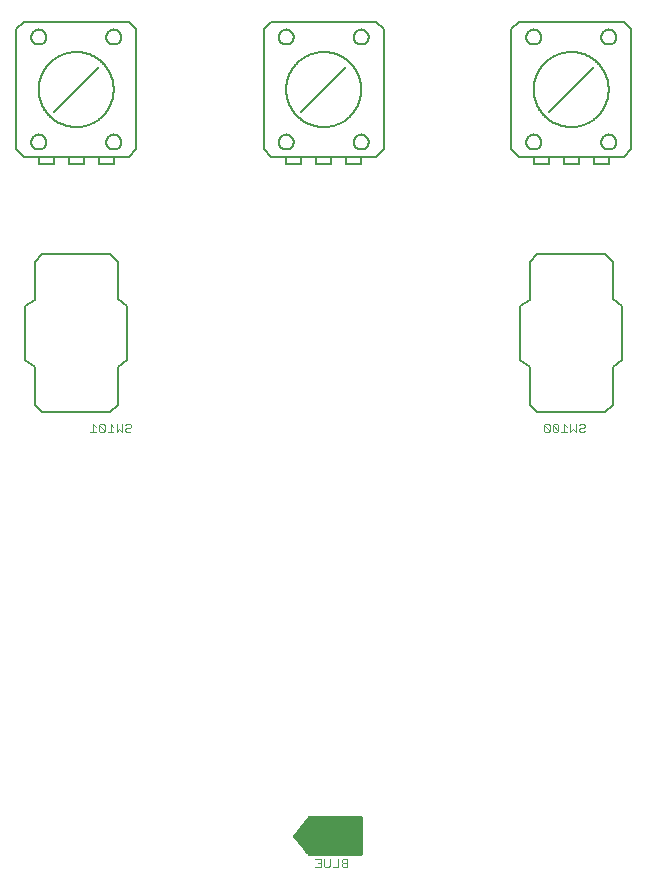
<source format=gbo>
G75*
%MOIN*%
%OFA0B0*%
%FSLAX25Y25*%
%IPPOS*%
%LPD*%
%AMOC8*
5,1,8,0,0,1.08239X$1,22.5*
%
%ADD10C,0.00400*%
%ADD11C,0.01000*%
%ADD12C,0.00300*%
%ADD13C,0.00600*%
%ADD14C,0.00500*%
D10*
X0112598Y0047552D02*
X0116068Y0047552D01*
X0114333Y0049287D02*
X0114333Y0045817D01*
D11*
X0111268Y0047250D02*
X0116268Y0053500D01*
X0133768Y0053500D01*
X0133768Y0041000D01*
X0116268Y0041000D01*
X0111268Y0047250D01*
X0111523Y0046932D02*
X0133768Y0046932D01*
X0133768Y0047930D02*
X0111812Y0047930D01*
X0112611Y0048929D02*
X0133768Y0048929D01*
X0133768Y0049927D02*
X0113409Y0049927D01*
X0114208Y0050926D02*
X0133768Y0050926D01*
X0133768Y0051924D02*
X0115007Y0051924D01*
X0115806Y0052923D02*
X0133768Y0052923D01*
X0133768Y0045933D02*
X0112321Y0045933D01*
X0113120Y0044934D02*
X0133768Y0044934D01*
X0133768Y0043936D02*
X0113919Y0043936D01*
X0114718Y0042937D02*
X0133768Y0042937D01*
X0133768Y0041939D02*
X0115517Y0041939D01*
D12*
X0118379Y0039602D02*
X0120314Y0039602D01*
X0120314Y0036700D01*
X0118379Y0036700D01*
X0119347Y0038151D02*
X0120314Y0038151D01*
X0121326Y0037184D02*
X0121326Y0039602D01*
X0123261Y0039602D02*
X0123261Y0037184D01*
X0122777Y0036700D01*
X0121810Y0036700D01*
X0121326Y0037184D01*
X0124272Y0036700D02*
X0126207Y0036700D01*
X0126207Y0039602D01*
X0127219Y0039119D02*
X0127219Y0038635D01*
X0127703Y0038151D01*
X0129154Y0038151D01*
X0129154Y0036700D02*
X0127703Y0036700D01*
X0127219Y0037184D01*
X0127219Y0037667D01*
X0127703Y0038151D01*
X0127219Y0039119D02*
X0127703Y0039602D01*
X0129154Y0039602D01*
X0129154Y0036700D01*
X0195113Y0181700D02*
X0196080Y0181700D01*
X0196564Y0182184D01*
X0194629Y0184119D01*
X0194629Y0182184D01*
X0195113Y0181700D01*
X0196564Y0182184D02*
X0196564Y0184119D01*
X0196080Y0184602D01*
X0195113Y0184602D01*
X0194629Y0184119D01*
X0197576Y0184119D02*
X0197576Y0182184D01*
X0198060Y0181700D01*
X0199027Y0181700D01*
X0199511Y0182184D01*
X0197576Y0184119D01*
X0198060Y0184602D01*
X0199027Y0184602D01*
X0199511Y0184119D01*
X0199511Y0182184D01*
X0200522Y0181700D02*
X0202457Y0181700D01*
X0201490Y0181700D02*
X0201490Y0184602D01*
X0202457Y0183635D01*
X0203469Y0184602D02*
X0203469Y0181700D01*
X0204436Y0182667D01*
X0205404Y0181700D01*
X0205404Y0184602D01*
X0206415Y0184119D02*
X0206899Y0184602D01*
X0207867Y0184602D01*
X0208350Y0184119D01*
X0208350Y0183635D01*
X0207867Y0183151D01*
X0206899Y0183151D01*
X0206415Y0182667D01*
X0206415Y0182184D01*
X0206899Y0181700D01*
X0207867Y0181700D01*
X0208350Y0182184D01*
X0057100Y0182184D02*
X0056617Y0181700D01*
X0055649Y0181700D01*
X0055165Y0182184D01*
X0055165Y0182667D01*
X0055649Y0183151D01*
X0056617Y0183151D01*
X0057100Y0183635D01*
X0057100Y0184119D01*
X0056617Y0184602D01*
X0055649Y0184602D01*
X0055165Y0184119D01*
X0054154Y0184602D02*
X0054154Y0181700D01*
X0053186Y0182667D01*
X0052219Y0181700D01*
X0052219Y0184602D01*
X0051207Y0183635D02*
X0050240Y0184602D01*
X0050240Y0181700D01*
X0051207Y0181700D02*
X0049272Y0181700D01*
X0048261Y0182184D02*
X0046326Y0184119D01*
X0046326Y0182184D01*
X0046810Y0181700D01*
X0047777Y0181700D01*
X0048261Y0182184D01*
X0048261Y0184119D01*
X0047777Y0184602D01*
X0046810Y0184602D01*
X0046326Y0184119D01*
X0045314Y0183635D02*
X0044347Y0184602D01*
X0044347Y0181700D01*
X0045314Y0181700D02*
X0043379Y0181700D01*
D13*
X0050068Y0188450D02*
X0052568Y0190950D01*
X0052568Y0203450D01*
X0055768Y0205750D01*
X0055768Y0223750D01*
X0052568Y0226050D01*
X0052568Y0238550D01*
X0050068Y0241050D01*
X0027468Y0241050D01*
X0024968Y0238550D01*
X0024968Y0225850D01*
X0021768Y0223750D01*
X0021768Y0205750D01*
X0024968Y0203450D01*
X0024968Y0190950D01*
X0027468Y0188450D01*
X0050068Y0188450D01*
X0186768Y0205750D02*
X0189968Y0203450D01*
X0189968Y0190950D01*
X0192468Y0188450D01*
X0215068Y0188450D01*
X0217568Y0190950D01*
X0217568Y0203450D01*
X0220768Y0205750D01*
X0220768Y0223750D01*
X0217568Y0226050D01*
X0217568Y0238550D01*
X0215068Y0241050D01*
X0192468Y0241050D01*
X0189968Y0238550D01*
X0189968Y0225850D01*
X0186768Y0223750D01*
X0186768Y0205750D01*
D14*
X0191268Y0271000D02*
X0196268Y0271000D01*
X0196268Y0273500D01*
X0201268Y0273500D01*
X0201268Y0271000D01*
X0206268Y0271000D01*
X0206268Y0273500D01*
X0211268Y0273500D01*
X0211268Y0271000D01*
X0216268Y0271000D01*
X0216268Y0273500D01*
X0221268Y0273500D01*
X0223768Y0276000D01*
X0223768Y0316000D01*
X0221268Y0318500D01*
X0186268Y0318500D01*
X0183768Y0316000D01*
X0183768Y0276000D01*
X0186268Y0273500D01*
X0191268Y0273500D01*
X0191268Y0271000D01*
X0191268Y0273500D02*
X0196268Y0273500D01*
X0201268Y0273500D02*
X0206268Y0273500D01*
X0211268Y0273500D02*
X0216268Y0273500D01*
X0213768Y0278500D02*
X0213770Y0278599D01*
X0213776Y0278699D01*
X0213786Y0278798D01*
X0213800Y0278896D01*
X0213817Y0278994D01*
X0213839Y0279091D01*
X0213864Y0279187D01*
X0213893Y0279282D01*
X0213926Y0279376D01*
X0213963Y0279468D01*
X0214003Y0279559D01*
X0214047Y0279648D01*
X0214095Y0279736D01*
X0214146Y0279821D01*
X0214200Y0279904D01*
X0214257Y0279986D01*
X0214318Y0280064D01*
X0214382Y0280141D01*
X0214448Y0280214D01*
X0214518Y0280285D01*
X0214590Y0280353D01*
X0214665Y0280419D01*
X0214743Y0280481D01*
X0214823Y0280540D01*
X0214905Y0280596D01*
X0214989Y0280648D01*
X0215076Y0280697D01*
X0215164Y0280743D01*
X0215254Y0280785D01*
X0215346Y0280824D01*
X0215439Y0280859D01*
X0215533Y0280890D01*
X0215629Y0280917D01*
X0215726Y0280940D01*
X0215823Y0280960D01*
X0215921Y0280976D01*
X0216020Y0280988D01*
X0216119Y0280996D01*
X0216218Y0281000D01*
X0216318Y0281000D01*
X0216417Y0280996D01*
X0216516Y0280988D01*
X0216615Y0280976D01*
X0216713Y0280960D01*
X0216810Y0280940D01*
X0216907Y0280917D01*
X0217003Y0280890D01*
X0217097Y0280859D01*
X0217190Y0280824D01*
X0217282Y0280785D01*
X0217372Y0280743D01*
X0217460Y0280697D01*
X0217547Y0280648D01*
X0217631Y0280596D01*
X0217713Y0280540D01*
X0217793Y0280481D01*
X0217871Y0280419D01*
X0217946Y0280353D01*
X0218018Y0280285D01*
X0218088Y0280214D01*
X0218154Y0280141D01*
X0218218Y0280064D01*
X0218279Y0279986D01*
X0218336Y0279904D01*
X0218390Y0279821D01*
X0218441Y0279736D01*
X0218489Y0279648D01*
X0218533Y0279559D01*
X0218573Y0279468D01*
X0218610Y0279376D01*
X0218643Y0279282D01*
X0218672Y0279187D01*
X0218697Y0279091D01*
X0218719Y0278994D01*
X0218736Y0278896D01*
X0218750Y0278798D01*
X0218760Y0278699D01*
X0218766Y0278599D01*
X0218768Y0278500D01*
X0218766Y0278401D01*
X0218760Y0278301D01*
X0218750Y0278202D01*
X0218736Y0278104D01*
X0218719Y0278006D01*
X0218697Y0277909D01*
X0218672Y0277813D01*
X0218643Y0277718D01*
X0218610Y0277624D01*
X0218573Y0277532D01*
X0218533Y0277441D01*
X0218489Y0277352D01*
X0218441Y0277264D01*
X0218390Y0277179D01*
X0218336Y0277096D01*
X0218279Y0277014D01*
X0218218Y0276936D01*
X0218154Y0276859D01*
X0218088Y0276786D01*
X0218018Y0276715D01*
X0217946Y0276647D01*
X0217871Y0276581D01*
X0217793Y0276519D01*
X0217713Y0276460D01*
X0217631Y0276404D01*
X0217547Y0276352D01*
X0217460Y0276303D01*
X0217372Y0276257D01*
X0217282Y0276215D01*
X0217190Y0276176D01*
X0217097Y0276141D01*
X0217003Y0276110D01*
X0216907Y0276083D01*
X0216810Y0276060D01*
X0216713Y0276040D01*
X0216615Y0276024D01*
X0216516Y0276012D01*
X0216417Y0276004D01*
X0216318Y0276000D01*
X0216218Y0276000D01*
X0216119Y0276004D01*
X0216020Y0276012D01*
X0215921Y0276024D01*
X0215823Y0276040D01*
X0215726Y0276060D01*
X0215629Y0276083D01*
X0215533Y0276110D01*
X0215439Y0276141D01*
X0215346Y0276176D01*
X0215254Y0276215D01*
X0215164Y0276257D01*
X0215076Y0276303D01*
X0214989Y0276352D01*
X0214905Y0276404D01*
X0214823Y0276460D01*
X0214743Y0276519D01*
X0214665Y0276581D01*
X0214590Y0276647D01*
X0214518Y0276715D01*
X0214448Y0276786D01*
X0214382Y0276859D01*
X0214318Y0276936D01*
X0214257Y0277014D01*
X0214200Y0277096D01*
X0214146Y0277179D01*
X0214095Y0277264D01*
X0214047Y0277352D01*
X0214003Y0277441D01*
X0213963Y0277532D01*
X0213926Y0277624D01*
X0213893Y0277718D01*
X0213864Y0277813D01*
X0213839Y0277909D01*
X0213817Y0278006D01*
X0213800Y0278104D01*
X0213786Y0278202D01*
X0213776Y0278301D01*
X0213770Y0278401D01*
X0213768Y0278500D01*
X0191268Y0296000D02*
X0191272Y0296307D01*
X0191283Y0296613D01*
X0191302Y0296920D01*
X0191328Y0297225D01*
X0191362Y0297530D01*
X0191403Y0297834D01*
X0191452Y0298137D01*
X0191508Y0298439D01*
X0191572Y0298739D01*
X0191643Y0299037D01*
X0191721Y0299334D01*
X0191806Y0299629D01*
X0191899Y0299921D01*
X0191999Y0300211D01*
X0192106Y0300499D01*
X0192220Y0300784D01*
X0192340Y0301066D01*
X0192468Y0301344D01*
X0192603Y0301620D01*
X0192744Y0301892D01*
X0192892Y0302161D01*
X0193046Y0302426D01*
X0193207Y0302687D01*
X0193375Y0302945D01*
X0193548Y0303198D01*
X0193728Y0303446D01*
X0193914Y0303690D01*
X0194105Y0303930D01*
X0194303Y0304165D01*
X0194506Y0304394D01*
X0194715Y0304619D01*
X0194929Y0304839D01*
X0195149Y0305053D01*
X0195374Y0305262D01*
X0195603Y0305465D01*
X0195838Y0305663D01*
X0196078Y0305854D01*
X0196322Y0306040D01*
X0196570Y0306220D01*
X0196823Y0306393D01*
X0197081Y0306561D01*
X0197342Y0306722D01*
X0197607Y0306876D01*
X0197876Y0307024D01*
X0198148Y0307165D01*
X0198424Y0307300D01*
X0198702Y0307428D01*
X0198984Y0307548D01*
X0199269Y0307662D01*
X0199557Y0307769D01*
X0199847Y0307869D01*
X0200139Y0307962D01*
X0200434Y0308047D01*
X0200731Y0308125D01*
X0201029Y0308196D01*
X0201329Y0308260D01*
X0201631Y0308316D01*
X0201934Y0308365D01*
X0202238Y0308406D01*
X0202543Y0308440D01*
X0202848Y0308466D01*
X0203155Y0308485D01*
X0203461Y0308496D01*
X0203768Y0308500D01*
X0204075Y0308496D01*
X0204381Y0308485D01*
X0204688Y0308466D01*
X0204993Y0308440D01*
X0205298Y0308406D01*
X0205602Y0308365D01*
X0205905Y0308316D01*
X0206207Y0308260D01*
X0206507Y0308196D01*
X0206805Y0308125D01*
X0207102Y0308047D01*
X0207397Y0307962D01*
X0207689Y0307869D01*
X0207979Y0307769D01*
X0208267Y0307662D01*
X0208552Y0307548D01*
X0208834Y0307428D01*
X0209112Y0307300D01*
X0209388Y0307165D01*
X0209660Y0307024D01*
X0209929Y0306876D01*
X0210194Y0306722D01*
X0210455Y0306561D01*
X0210713Y0306393D01*
X0210966Y0306220D01*
X0211214Y0306040D01*
X0211458Y0305854D01*
X0211698Y0305663D01*
X0211933Y0305465D01*
X0212162Y0305262D01*
X0212387Y0305053D01*
X0212607Y0304839D01*
X0212821Y0304619D01*
X0213030Y0304394D01*
X0213233Y0304165D01*
X0213431Y0303930D01*
X0213622Y0303690D01*
X0213808Y0303446D01*
X0213988Y0303198D01*
X0214161Y0302945D01*
X0214329Y0302687D01*
X0214490Y0302426D01*
X0214644Y0302161D01*
X0214792Y0301892D01*
X0214933Y0301620D01*
X0215068Y0301344D01*
X0215196Y0301066D01*
X0215316Y0300784D01*
X0215430Y0300499D01*
X0215537Y0300211D01*
X0215637Y0299921D01*
X0215730Y0299629D01*
X0215815Y0299334D01*
X0215893Y0299037D01*
X0215964Y0298739D01*
X0216028Y0298439D01*
X0216084Y0298137D01*
X0216133Y0297834D01*
X0216174Y0297530D01*
X0216208Y0297225D01*
X0216234Y0296920D01*
X0216253Y0296613D01*
X0216264Y0296307D01*
X0216268Y0296000D01*
X0216264Y0295693D01*
X0216253Y0295387D01*
X0216234Y0295080D01*
X0216208Y0294775D01*
X0216174Y0294470D01*
X0216133Y0294166D01*
X0216084Y0293863D01*
X0216028Y0293561D01*
X0215964Y0293261D01*
X0215893Y0292963D01*
X0215815Y0292666D01*
X0215730Y0292371D01*
X0215637Y0292079D01*
X0215537Y0291789D01*
X0215430Y0291501D01*
X0215316Y0291216D01*
X0215196Y0290934D01*
X0215068Y0290656D01*
X0214933Y0290380D01*
X0214792Y0290108D01*
X0214644Y0289839D01*
X0214490Y0289574D01*
X0214329Y0289313D01*
X0214161Y0289055D01*
X0213988Y0288802D01*
X0213808Y0288554D01*
X0213622Y0288310D01*
X0213431Y0288070D01*
X0213233Y0287835D01*
X0213030Y0287606D01*
X0212821Y0287381D01*
X0212607Y0287161D01*
X0212387Y0286947D01*
X0212162Y0286738D01*
X0211933Y0286535D01*
X0211698Y0286337D01*
X0211458Y0286146D01*
X0211214Y0285960D01*
X0210966Y0285780D01*
X0210713Y0285607D01*
X0210455Y0285439D01*
X0210194Y0285278D01*
X0209929Y0285124D01*
X0209660Y0284976D01*
X0209388Y0284835D01*
X0209112Y0284700D01*
X0208834Y0284572D01*
X0208552Y0284452D01*
X0208267Y0284338D01*
X0207979Y0284231D01*
X0207689Y0284131D01*
X0207397Y0284038D01*
X0207102Y0283953D01*
X0206805Y0283875D01*
X0206507Y0283804D01*
X0206207Y0283740D01*
X0205905Y0283684D01*
X0205602Y0283635D01*
X0205298Y0283594D01*
X0204993Y0283560D01*
X0204688Y0283534D01*
X0204381Y0283515D01*
X0204075Y0283504D01*
X0203768Y0283500D01*
X0203461Y0283504D01*
X0203155Y0283515D01*
X0202848Y0283534D01*
X0202543Y0283560D01*
X0202238Y0283594D01*
X0201934Y0283635D01*
X0201631Y0283684D01*
X0201329Y0283740D01*
X0201029Y0283804D01*
X0200731Y0283875D01*
X0200434Y0283953D01*
X0200139Y0284038D01*
X0199847Y0284131D01*
X0199557Y0284231D01*
X0199269Y0284338D01*
X0198984Y0284452D01*
X0198702Y0284572D01*
X0198424Y0284700D01*
X0198148Y0284835D01*
X0197876Y0284976D01*
X0197607Y0285124D01*
X0197342Y0285278D01*
X0197081Y0285439D01*
X0196823Y0285607D01*
X0196570Y0285780D01*
X0196322Y0285960D01*
X0196078Y0286146D01*
X0195838Y0286337D01*
X0195603Y0286535D01*
X0195374Y0286738D01*
X0195149Y0286947D01*
X0194929Y0287161D01*
X0194715Y0287381D01*
X0194506Y0287606D01*
X0194303Y0287835D01*
X0194105Y0288070D01*
X0193914Y0288310D01*
X0193728Y0288554D01*
X0193548Y0288802D01*
X0193375Y0289055D01*
X0193207Y0289313D01*
X0193046Y0289574D01*
X0192892Y0289839D01*
X0192744Y0290108D01*
X0192603Y0290380D01*
X0192468Y0290656D01*
X0192340Y0290934D01*
X0192220Y0291216D01*
X0192106Y0291501D01*
X0191999Y0291789D01*
X0191899Y0292079D01*
X0191806Y0292371D01*
X0191721Y0292666D01*
X0191643Y0292963D01*
X0191572Y0293261D01*
X0191508Y0293561D01*
X0191452Y0293863D01*
X0191403Y0294166D01*
X0191362Y0294470D01*
X0191328Y0294775D01*
X0191302Y0295080D01*
X0191283Y0295387D01*
X0191272Y0295693D01*
X0191268Y0296000D01*
X0196268Y0288500D02*
X0211268Y0303500D01*
X0213768Y0313500D02*
X0213770Y0313599D01*
X0213776Y0313699D01*
X0213786Y0313798D01*
X0213800Y0313896D01*
X0213817Y0313994D01*
X0213839Y0314091D01*
X0213864Y0314187D01*
X0213893Y0314282D01*
X0213926Y0314376D01*
X0213963Y0314468D01*
X0214003Y0314559D01*
X0214047Y0314648D01*
X0214095Y0314736D01*
X0214146Y0314821D01*
X0214200Y0314904D01*
X0214257Y0314986D01*
X0214318Y0315064D01*
X0214382Y0315141D01*
X0214448Y0315214D01*
X0214518Y0315285D01*
X0214590Y0315353D01*
X0214665Y0315419D01*
X0214743Y0315481D01*
X0214823Y0315540D01*
X0214905Y0315596D01*
X0214989Y0315648D01*
X0215076Y0315697D01*
X0215164Y0315743D01*
X0215254Y0315785D01*
X0215346Y0315824D01*
X0215439Y0315859D01*
X0215533Y0315890D01*
X0215629Y0315917D01*
X0215726Y0315940D01*
X0215823Y0315960D01*
X0215921Y0315976D01*
X0216020Y0315988D01*
X0216119Y0315996D01*
X0216218Y0316000D01*
X0216318Y0316000D01*
X0216417Y0315996D01*
X0216516Y0315988D01*
X0216615Y0315976D01*
X0216713Y0315960D01*
X0216810Y0315940D01*
X0216907Y0315917D01*
X0217003Y0315890D01*
X0217097Y0315859D01*
X0217190Y0315824D01*
X0217282Y0315785D01*
X0217372Y0315743D01*
X0217460Y0315697D01*
X0217547Y0315648D01*
X0217631Y0315596D01*
X0217713Y0315540D01*
X0217793Y0315481D01*
X0217871Y0315419D01*
X0217946Y0315353D01*
X0218018Y0315285D01*
X0218088Y0315214D01*
X0218154Y0315141D01*
X0218218Y0315064D01*
X0218279Y0314986D01*
X0218336Y0314904D01*
X0218390Y0314821D01*
X0218441Y0314736D01*
X0218489Y0314648D01*
X0218533Y0314559D01*
X0218573Y0314468D01*
X0218610Y0314376D01*
X0218643Y0314282D01*
X0218672Y0314187D01*
X0218697Y0314091D01*
X0218719Y0313994D01*
X0218736Y0313896D01*
X0218750Y0313798D01*
X0218760Y0313699D01*
X0218766Y0313599D01*
X0218768Y0313500D01*
X0218766Y0313401D01*
X0218760Y0313301D01*
X0218750Y0313202D01*
X0218736Y0313104D01*
X0218719Y0313006D01*
X0218697Y0312909D01*
X0218672Y0312813D01*
X0218643Y0312718D01*
X0218610Y0312624D01*
X0218573Y0312532D01*
X0218533Y0312441D01*
X0218489Y0312352D01*
X0218441Y0312264D01*
X0218390Y0312179D01*
X0218336Y0312096D01*
X0218279Y0312014D01*
X0218218Y0311936D01*
X0218154Y0311859D01*
X0218088Y0311786D01*
X0218018Y0311715D01*
X0217946Y0311647D01*
X0217871Y0311581D01*
X0217793Y0311519D01*
X0217713Y0311460D01*
X0217631Y0311404D01*
X0217547Y0311352D01*
X0217460Y0311303D01*
X0217372Y0311257D01*
X0217282Y0311215D01*
X0217190Y0311176D01*
X0217097Y0311141D01*
X0217003Y0311110D01*
X0216907Y0311083D01*
X0216810Y0311060D01*
X0216713Y0311040D01*
X0216615Y0311024D01*
X0216516Y0311012D01*
X0216417Y0311004D01*
X0216318Y0311000D01*
X0216218Y0311000D01*
X0216119Y0311004D01*
X0216020Y0311012D01*
X0215921Y0311024D01*
X0215823Y0311040D01*
X0215726Y0311060D01*
X0215629Y0311083D01*
X0215533Y0311110D01*
X0215439Y0311141D01*
X0215346Y0311176D01*
X0215254Y0311215D01*
X0215164Y0311257D01*
X0215076Y0311303D01*
X0214989Y0311352D01*
X0214905Y0311404D01*
X0214823Y0311460D01*
X0214743Y0311519D01*
X0214665Y0311581D01*
X0214590Y0311647D01*
X0214518Y0311715D01*
X0214448Y0311786D01*
X0214382Y0311859D01*
X0214318Y0311936D01*
X0214257Y0312014D01*
X0214200Y0312096D01*
X0214146Y0312179D01*
X0214095Y0312264D01*
X0214047Y0312352D01*
X0214003Y0312441D01*
X0213963Y0312532D01*
X0213926Y0312624D01*
X0213893Y0312718D01*
X0213864Y0312813D01*
X0213839Y0312909D01*
X0213817Y0313006D01*
X0213800Y0313104D01*
X0213786Y0313202D01*
X0213776Y0313301D01*
X0213770Y0313401D01*
X0213768Y0313500D01*
X0188768Y0313500D02*
X0188770Y0313599D01*
X0188776Y0313699D01*
X0188786Y0313798D01*
X0188800Y0313896D01*
X0188817Y0313994D01*
X0188839Y0314091D01*
X0188864Y0314187D01*
X0188893Y0314282D01*
X0188926Y0314376D01*
X0188963Y0314468D01*
X0189003Y0314559D01*
X0189047Y0314648D01*
X0189095Y0314736D01*
X0189146Y0314821D01*
X0189200Y0314904D01*
X0189257Y0314986D01*
X0189318Y0315064D01*
X0189382Y0315141D01*
X0189448Y0315214D01*
X0189518Y0315285D01*
X0189590Y0315353D01*
X0189665Y0315419D01*
X0189743Y0315481D01*
X0189823Y0315540D01*
X0189905Y0315596D01*
X0189989Y0315648D01*
X0190076Y0315697D01*
X0190164Y0315743D01*
X0190254Y0315785D01*
X0190346Y0315824D01*
X0190439Y0315859D01*
X0190533Y0315890D01*
X0190629Y0315917D01*
X0190726Y0315940D01*
X0190823Y0315960D01*
X0190921Y0315976D01*
X0191020Y0315988D01*
X0191119Y0315996D01*
X0191218Y0316000D01*
X0191318Y0316000D01*
X0191417Y0315996D01*
X0191516Y0315988D01*
X0191615Y0315976D01*
X0191713Y0315960D01*
X0191810Y0315940D01*
X0191907Y0315917D01*
X0192003Y0315890D01*
X0192097Y0315859D01*
X0192190Y0315824D01*
X0192282Y0315785D01*
X0192372Y0315743D01*
X0192460Y0315697D01*
X0192547Y0315648D01*
X0192631Y0315596D01*
X0192713Y0315540D01*
X0192793Y0315481D01*
X0192871Y0315419D01*
X0192946Y0315353D01*
X0193018Y0315285D01*
X0193088Y0315214D01*
X0193154Y0315141D01*
X0193218Y0315064D01*
X0193279Y0314986D01*
X0193336Y0314904D01*
X0193390Y0314821D01*
X0193441Y0314736D01*
X0193489Y0314648D01*
X0193533Y0314559D01*
X0193573Y0314468D01*
X0193610Y0314376D01*
X0193643Y0314282D01*
X0193672Y0314187D01*
X0193697Y0314091D01*
X0193719Y0313994D01*
X0193736Y0313896D01*
X0193750Y0313798D01*
X0193760Y0313699D01*
X0193766Y0313599D01*
X0193768Y0313500D01*
X0193766Y0313401D01*
X0193760Y0313301D01*
X0193750Y0313202D01*
X0193736Y0313104D01*
X0193719Y0313006D01*
X0193697Y0312909D01*
X0193672Y0312813D01*
X0193643Y0312718D01*
X0193610Y0312624D01*
X0193573Y0312532D01*
X0193533Y0312441D01*
X0193489Y0312352D01*
X0193441Y0312264D01*
X0193390Y0312179D01*
X0193336Y0312096D01*
X0193279Y0312014D01*
X0193218Y0311936D01*
X0193154Y0311859D01*
X0193088Y0311786D01*
X0193018Y0311715D01*
X0192946Y0311647D01*
X0192871Y0311581D01*
X0192793Y0311519D01*
X0192713Y0311460D01*
X0192631Y0311404D01*
X0192547Y0311352D01*
X0192460Y0311303D01*
X0192372Y0311257D01*
X0192282Y0311215D01*
X0192190Y0311176D01*
X0192097Y0311141D01*
X0192003Y0311110D01*
X0191907Y0311083D01*
X0191810Y0311060D01*
X0191713Y0311040D01*
X0191615Y0311024D01*
X0191516Y0311012D01*
X0191417Y0311004D01*
X0191318Y0311000D01*
X0191218Y0311000D01*
X0191119Y0311004D01*
X0191020Y0311012D01*
X0190921Y0311024D01*
X0190823Y0311040D01*
X0190726Y0311060D01*
X0190629Y0311083D01*
X0190533Y0311110D01*
X0190439Y0311141D01*
X0190346Y0311176D01*
X0190254Y0311215D01*
X0190164Y0311257D01*
X0190076Y0311303D01*
X0189989Y0311352D01*
X0189905Y0311404D01*
X0189823Y0311460D01*
X0189743Y0311519D01*
X0189665Y0311581D01*
X0189590Y0311647D01*
X0189518Y0311715D01*
X0189448Y0311786D01*
X0189382Y0311859D01*
X0189318Y0311936D01*
X0189257Y0312014D01*
X0189200Y0312096D01*
X0189146Y0312179D01*
X0189095Y0312264D01*
X0189047Y0312352D01*
X0189003Y0312441D01*
X0188963Y0312532D01*
X0188926Y0312624D01*
X0188893Y0312718D01*
X0188864Y0312813D01*
X0188839Y0312909D01*
X0188817Y0313006D01*
X0188800Y0313104D01*
X0188786Y0313202D01*
X0188776Y0313301D01*
X0188770Y0313401D01*
X0188768Y0313500D01*
X0188768Y0278500D02*
X0188770Y0278599D01*
X0188776Y0278699D01*
X0188786Y0278798D01*
X0188800Y0278896D01*
X0188817Y0278994D01*
X0188839Y0279091D01*
X0188864Y0279187D01*
X0188893Y0279282D01*
X0188926Y0279376D01*
X0188963Y0279468D01*
X0189003Y0279559D01*
X0189047Y0279648D01*
X0189095Y0279736D01*
X0189146Y0279821D01*
X0189200Y0279904D01*
X0189257Y0279986D01*
X0189318Y0280064D01*
X0189382Y0280141D01*
X0189448Y0280214D01*
X0189518Y0280285D01*
X0189590Y0280353D01*
X0189665Y0280419D01*
X0189743Y0280481D01*
X0189823Y0280540D01*
X0189905Y0280596D01*
X0189989Y0280648D01*
X0190076Y0280697D01*
X0190164Y0280743D01*
X0190254Y0280785D01*
X0190346Y0280824D01*
X0190439Y0280859D01*
X0190533Y0280890D01*
X0190629Y0280917D01*
X0190726Y0280940D01*
X0190823Y0280960D01*
X0190921Y0280976D01*
X0191020Y0280988D01*
X0191119Y0280996D01*
X0191218Y0281000D01*
X0191318Y0281000D01*
X0191417Y0280996D01*
X0191516Y0280988D01*
X0191615Y0280976D01*
X0191713Y0280960D01*
X0191810Y0280940D01*
X0191907Y0280917D01*
X0192003Y0280890D01*
X0192097Y0280859D01*
X0192190Y0280824D01*
X0192282Y0280785D01*
X0192372Y0280743D01*
X0192460Y0280697D01*
X0192547Y0280648D01*
X0192631Y0280596D01*
X0192713Y0280540D01*
X0192793Y0280481D01*
X0192871Y0280419D01*
X0192946Y0280353D01*
X0193018Y0280285D01*
X0193088Y0280214D01*
X0193154Y0280141D01*
X0193218Y0280064D01*
X0193279Y0279986D01*
X0193336Y0279904D01*
X0193390Y0279821D01*
X0193441Y0279736D01*
X0193489Y0279648D01*
X0193533Y0279559D01*
X0193573Y0279468D01*
X0193610Y0279376D01*
X0193643Y0279282D01*
X0193672Y0279187D01*
X0193697Y0279091D01*
X0193719Y0278994D01*
X0193736Y0278896D01*
X0193750Y0278798D01*
X0193760Y0278699D01*
X0193766Y0278599D01*
X0193768Y0278500D01*
X0193766Y0278401D01*
X0193760Y0278301D01*
X0193750Y0278202D01*
X0193736Y0278104D01*
X0193719Y0278006D01*
X0193697Y0277909D01*
X0193672Y0277813D01*
X0193643Y0277718D01*
X0193610Y0277624D01*
X0193573Y0277532D01*
X0193533Y0277441D01*
X0193489Y0277352D01*
X0193441Y0277264D01*
X0193390Y0277179D01*
X0193336Y0277096D01*
X0193279Y0277014D01*
X0193218Y0276936D01*
X0193154Y0276859D01*
X0193088Y0276786D01*
X0193018Y0276715D01*
X0192946Y0276647D01*
X0192871Y0276581D01*
X0192793Y0276519D01*
X0192713Y0276460D01*
X0192631Y0276404D01*
X0192547Y0276352D01*
X0192460Y0276303D01*
X0192372Y0276257D01*
X0192282Y0276215D01*
X0192190Y0276176D01*
X0192097Y0276141D01*
X0192003Y0276110D01*
X0191907Y0276083D01*
X0191810Y0276060D01*
X0191713Y0276040D01*
X0191615Y0276024D01*
X0191516Y0276012D01*
X0191417Y0276004D01*
X0191318Y0276000D01*
X0191218Y0276000D01*
X0191119Y0276004D01*
X0191020Y0276012D01*
X0190921Y0276024D01*
X0190823Y0276040D01*
X0190726Y0276060D01*
X0190629Y0276083D01*
X0190533Y0276110D01*
X0190439Y0276141D01*
X0190346Y0276176D01*
X0190254Y0276215D01*
X0190164Y0276257D01*
X0190076Y0276303D01*
X0189989Y0276352D01*
X0189905Y0276404D01*
X0189823Y0276460D01*
X0189743Y0276519D01*
X0189665Y0276581D01*
X0189590Y0276647D01*
X0189518Y0276715D01*
X0189448Y0276786D01*
X0189382Y0276859D01*
X0189318Y0276936D01*
X0189257Y0277014D01*
X0189200Y0277096D01*
X0189146Y0277179D01*
X0189095Y0277264D01*
X0189047Y0277352D01*
X0189003Y0277441D01*
X0188963Y0277532D01*
X0188926Y0277624D01*
X0188893Y0277718D01*
X0188864Y0277813D01*
X0188839Y0277909D01*
X0188817Y0278006D01*
X0188800Y0278104D01*
X0188786Y0278202D01*
X0188776Y0278301D01*
X0188770Y0278401D01*
X0188768Y0278500D01*
X0141268Y0276000D02*
X0138768Y0273500D01*
X0133768Y0273500D01*
X0133768Y0271000D01*
X0128768Y0271000D01*
X0128768Y0273500D01*
X0133768Y0273500D01*
X0131268Y0278500D02*
X0131270Y0278599D01*
X0131276Y0278699D01*
X0131286Y0278798D01*
X0131300Y0278896D01*
X0131317Y0278994D01*
X0131339Y0279091D01*
X0131364Y0279187D01*
X0131393Y0279282D01*
X0131426Y0279376D01*
X0131463Y0279468D01*
X0131503Y0279559D01*
X0131547Y0279648D01*
X0131595Y0279736D01*
X0131646Y0279821D01*
X0131700Y0279904D01*
X0131757Y0279986D01*
X0131818Y0280064D01*
X0131882Y0280141D01*
X0131948Y0280214D01*
X0132018Y0280285D01*
X0132090Y0280353D01*
X0132165Y0280419D01*
X0132243Y0280481D01*
X0132323Y0280540D01*
X0132405Y0280596D01*
X0132489Y0280648D01*
X0132576Y0280697D01*
X0132664Y0280743D01*
X0132754Y0280785D01*
X0132846Y0280824D01*
X0132939Y0280859D01*
X0133033Y0280890D01*
X0133129Y0280917D01*
X0133226Y0280940D01*
X0133323Y0280960D01*
X0133421Y0280976D01*
X0133520Y0280988D01*
X0133619Y0280996D01*
X0133718Y0281000D01*
X0133818Y0281000D01*
X0133917Y0280996D01*
X0134016Y0280988D01*
X0134115Y0280976D01*
X0134213Y0280960D01*
X0134310Y0280940D01*
X0134407Y0280917D01*
X0134503Y0280890D01*
X0134597Y0280859D01*
X0134690Y0280824D01*
X0134782Y0280785D01*
X0134872Y0280743D01*
X0134960Y0280697D01*
X0135047Y0280648D01*
X0135131Y0280596D01*
X0135213Y0280540D01*
X0135293Y0280481D01*
X0135371Y0280419D01*
X0135446Y0280353D01*
X0135518Y0280285D01*
X0135588Y0280214D01*
X0135654Y0280141D01*
X0135718Y0280064D01*
X0135779Y0279986D01*
X0135836Y0279904D01*
X0135890Y0279821D01*
X0135941Y0279736D01*
X0135989Y0279648D01*
X0136033Y0279559D01*
X0136073Y0279468D01*
X0136110Y0279376D01*
X0136143Y0279282D01*
X0136172Y0279187D01*
X0136197Y0279091D01*
X0136219Y0278994D01*
X0136236Y0278896D01*
X0136250Y0278798D01*
X0136260Y0278699D01*
X0136266Y0278599D01*
X0136268Y0278500D01*
X0136266Y0278401D01*
X0136260Y0278301D01*
X0136250Y0278202D01*
X0136236Y0278104D01*
X0136219Y0278006D01*
X0136197Y0277909D01*
X0136172Y0277813D01*
X0136143Y0277718D01*
X0136110Y0277624D01*
X0136073Y0277532D01*
X0136033Y0277441D01*
X0135989Y0277352D01*
X0135941Y0277264D01*
X0135890Y0277179D01*
X0135836Y0277096D01*
X0135779Y0277014D01*
X0135718Y0276936D01*
X0135654Y0276859D01*
X0135588Y0276786D01*
X0135518Y0276715D01*
X0135446Y0276647D01*
X0135371Y0276581D01*
X0135293Y0276519D01*
X0135213Y0276460D01*
X0135131Y0276404D01*
X0135047Y0276352D01*
X0134960Y0276303D01*
X0134872Y0276257D01*
X0134782Y0276215D01*
X0134690Y0276176D01*
X0134597Y0276141D01*
X0134503Y0276110D01*
X0134407Y0276083D01*
X0134310Y0276060D01*
X0134213Y0276040D01*
X0134115Y0276024D01*
X0134016Y0276012D01*
X0133917Y0276004D01*
X0133818Y0276000D01*
X0133718Y0276000D01*
X0133619Y0276004D01*
X0133520Y0276012D01*
X0133421Y0276024D01*
X0133323Y0276040D01*
X0133226Y0276060D01*
X0133129Y0276083D01*
X0133033Y0276110D01*
X0132939Y0276141D01*
X0132846Y0276176D01*
X0132754Y0276215D01*
X0132664Y0276257D01*
X0132576Y0276303D01*
X0132489Y0276352D01*
X0132405Y0276404D01*
X0132323Y0276460D01*
X0132243Y0276519D01*
X0132165Y0276581D01*
X0132090Y0276647D01*
X0132018Y0276715D01*
X0131948Y0276786D01*
X0131882Y0276859D01*
X0131818Y0276936D01*
X0131757Y0277014D01*
X0131700Y0277096D01*
X0131646Y0277179D01*
X0131595Y0277264D01*
X0131547Y0277352D01*
X0131503Y0277441D01*
X0131463Y0277532D01*
X0131426Y0277624D01*
X0131393Y0277718D01*
X0131364Y0277813D01*
X0131339Y0277909D01*
X0131317Y0278006D01*
X0131300Y0278104D01*
X0131286Y0278202D01*
X0131276Y0278301D01*
X0131270Y0278401D01*
X0131268Y0278500D01*
X0128768Y0273500D02*
X0123768Y0273500D01*
X0123768Y0271000D01*
X0118768Y0271000D01*
X0118768Y0273500D01*
X0123768Y0273500D01*
X0118768Y0273500D02*
X0113768Y0273500D01*
X0113768Y0271000D01*
X0108768Y0271000D01*
X0108768Y0273500D01*
X0113768Y0273500D01*
X0108768Y0273500D02*
X0103768Y0273500D01*
X0101268Y0276000D01*
X0101268Y0316000D01*
X0103768Y0318500D01*
X0138768Y0318500D01*
X0141268Y0316000D01*
X0141268Y0276000D01*
X0108768Y0296000D02*
X0108772Y0296307D01*
X0108783Y0296613D01*
X0108802Y0296920D01*
X0108828Y0297225D01*
X0108862Y0297530D01*
X0108903Y0297834D01*
X0108952Y0298137D01*
X0109008Y0298439D01*
X0109072Y0298739D01*
X0109143Y0299037D01*
X0109221Y0299334D01*
X0109306Y0299629D01*
X0109399Y0299921D01*
X0109499Y0300211D01*
X0109606Y0300499D01*
X0109720Y0300784D01*
X0109840Y0301066D01*
X0109968Y0301344D01*
X0110103Y0301620D01*
X0110244Y0301892D01*
X0110392Y0302161D01*
X0110546Y0302426D01*
X0110707Y0302687D01*
X0110875Y0302945D01*
X0111048Y0303198D01*
X0111228Y0303446D01*
X0111414Y0303690D01*
X0111605Y0303930D01*
X0111803Y0304165D01*
X0112006Y0304394D01*
X0112215Y0304619D01*
X0112429Y0304839D01*
X0112649Y0305053D01*
X0112874Y0305262D01*
X0113103Y0305465D01*
X0113338Y0305663D01*
X0113578Y0305854D01*
X0113822Y0306040D01*
X0114070Y0306220D01*
X0114323Y0306393D01*
X0114581Y0306561D01*
X0114842Y0306722D01*
X0115107Y0306876D01*
X0115376Y0307024D01*
X0115648Y0307165D01*
X0115924Y0307300D01*
X0116202Y0307428D01*
X0116484Y0307548D01*
X0116769Y0307662D01*
X0117057Y0307769D01*
X0117347Y0307869D01*
X0117639Y0307962D01*
X0117934Y0308047D01*
X0118231Y0308125D01*
X0118529Y0308196D01*
X0118829Y0308260D01*
X0119131Y0308316D01*
X0119434Y0308365D01*
X0119738Y0308406D01*
X0120043Y0308440D01*
X0120348Y0308466D01*
X0120655Y0308485D01*
X0120961Y0308496D01*
X0121268Y0308500D01*
X0121575Y0308496D01*
X0121881Y0308485D01*
X0122188Y0308466D01*
X0122493Y0308440D01*
X0122798Y0308406D01*
X0123102Y0308365D01*
X0123405Y0308316D01*
X0123707Y0308260D01*
X0124007Y0308196D01*
X0124305Y0308125D01*
X0124602Y0308047D01*
X0124897Y0307962D01*
X0125189Y0307869D01*
X0125479Y0307769D01*
X0125767Y0307662D01*
X0126052Y0307548D01*
X0126334Y0307428D01*
X0126612Y0307300D01*
X0126888Y0307165D01*
X0127160Y0307024D01*
X0127429Y0306876D01*
X0127694Y0306722D01*
X0127955Y0306561D01*
X0128213Y0306393D01*
X0128466Y0306220D01*
X0128714Y0306040D01*
X0128958Y0305854D01*
X0129198Y0305663D01*
X0129433Y0305465D01*
X0129662Y0305262D01*
X0129887Y0305053D01*
X0130107Y0304839D01*
X0130321Y0304619D01*
X0130530Y0304394D01*
X0130733Y0304165D01*
X0130931Y0303930D01*
X0131122Y0303690D01*
X0131308Y0303446D01*
X0131488Y0303198D01*
X0131661Y0302945D01*
X0131829Y0302687D01*
X0131990Y0302426D01*
X0132144Y0302161D01*
X0132292Y0301892D01*
X0132433Y0301620D01*
X0132568Y0301344D01*
X0132696Y0301066D01*
X0132816Y0300784D01*
X0132930Y0300499D01*
X0133037Y0300211D01*
X0133137Y0299921D01*
X0133230Y0299629D01*
X0133315Y0299334D01*
X0133393Y0299037D01*
X0133464Y0298739D01*
X0133528Y0298439D01*
X0133584Y0298137D01*
X0133633Y0297834D01*
X0133674Y0297530D01*
X0133708Y0297225D01*
X0133734Y0296920D01*
X0133753Y0296613D01*
X0133764Y0296307D01*
X0133768Y0296000D01*
X0133764Y0295693D01*
X0133753Y0295387D01*
X0133734Y0295080D01*
X0133708Y0294775D01*
X0133674Y0294470D01*
X0133633Y0294166D01*
X0133584Y0293863D01*
X0133528Y0293561D01*
X0133464Y0293261D01*
X0133393Y0292963D01*
X0133315Y0292666D01*
X0133230Y0292371D01*
X0133137Y0292079D01*
X0133037Y0291789D01*
X0132930Y0291501D01*
X0132816Y0291216D01*
X0132696Y0290934D01*
X0132568Y0290656D01*
X0132433Y0290380D01*
X0132292Y0290108D01*
X0132144Y0289839D01*
X0131990Y0289574D01*
X0131829Y0289313D01*
X0131661Y0289055D01*
X0131488Y0288802D01*
X0131308Y0288554D01*
X0131122Y0288310D01*
X0130931Y0288070D01*
X0130733Y0287835D01*
X0130530Y0287606D01*
X0130321Y0287381D01*
X0130107Y0287161D01*
X0129887Y0286947D01*
X0129662Y0286738D01*
X0129433Y0286535D01*
X0129198Y0286337D01*
X0128958Y0286146D01*
X0128714Y0285960D01*
X0128466Y0285780D01*
X0128213Y0285607D01*
X0127955Y0285439D01*
X0127694Y0285278D01*
X0127429Y0285124D01*
X0127160Y0284976D01*
X0126888Y0284835D01*
X0126612Y0284700D01*
X0126334Y0284572D01*
X0126052Y0284452D01*
X0125767Y0284338D01*
X0125479Y0284231D01*
X0125189Y0284131D01*
X0124897Y0284038D01*
X0124602Y0283953D01*
X0124305Y0283875D01*
X0124007Y0283804D01*
X0123707Y0283740D01*
X0123405Y0283684D01*
X0123102Y0283635D01*
X0122798Y0283594D01*
X0122493Y0283560D01*
X0122188Y0283534D01*
X0121881Y0283515D01*
X0121575Y0283504D01*
X0121268Y0283500D01*
X0120961Y0283504D01*
X0120655Y0283515D01*
X0120348Y0283534D01*
X0120043Y0283560D01*
X0119738Y0283594D01*
X0119434Y0283635D01*
X0119131Y0283684D01*
X0118829Y0283740D01*
X0118529Y0283804D01*
X0118231Y0283875D01*
X0117934Y0283953D01*
X0117639Y0284038D01*
X0117347Y0284131D01*
X0117057Y0284231D01*
X0116769Y0284338D01*
X0116484Y0284452D01*
X0116202Y0284572D01*
X0115924Y0284700D01*
X0115648Y0284835D01*
X0115376Y0284976D01*
X0115107Y0285124D01*
X0114842Y0285278D01*
X0114581Y0285439D01*
X0114323Y0285607D01*
X0114070Y0285780D01*
X0113822Y0285960D01*
X0113578Y0286146D01*
X0113338Y0286337D01*
X0113103Y0286535D01*
X0112874Y0286738D01*
X0112649Y0286947D01*
X0112429Y0287161D01*
X0112215Y0287381D01*
X0112006Y0287606D01*
X0111803Y0287835D01*
X0111605Y0288070D01*
X0111414Y0288310D01*
X0111228Y0288554D01*
X0111048Y0288802D01*
X0110875Y0289055D01*
X0110707Y0289313D01*
X0110546Y0289574D01*
X0110392Y0289839D01*
X0110244Y0290108D01*
X0110103Y0290380D01*
X0109968Y0290656D01*
X0109840Y0290934D01*
X0109720Y0291216D01*
X0109606Y0291501D01*
X0109499Y0291789D01*
X0109399Y0292079D01*
X0109306Y0292371D01*
X0109221Y0292666D01*
X0109143Y0292963D01*
X0109072Y0293261D01*
X0109008Y0293561D01*
X0108952Y0293863D01*
X0108903Y0294166D01*
X0108862Y0294470D01*
X0108828Y0294775D01*
X0108802Y0295080D01*
X0108783Y0295387D01*
X0108772Y0295693D01*
X0108768Y0296000D01*
X0113768Y0288500D02*
X0128768Y0303500D01*
X0131268Y0313500D02*
X0131270Y0313599D01*
X0131276Y0313699D01*
X0131286Y0313798D01*
X0131300Y0313896D01*
X0131317Y0313994D01*
X0131339Y0314091D01*
X0131364Y0314187D01*
X0131393Y0314282D01*
X0131426Y0314376D01*
X0131463Y0314468D01*
X0131503Y0314559D01*
X0131547Y0314648D01*
X0131595Y0314736D01*
X0131646Y0314821D01*
X0131700Y0314904D01*
X0131757Y0314986D01*
X0131818Y0315064D01*
X0131882Y0315141D01*
X0131948Y0315214D01*
X0132018Y0315285D01*
X0132090Y0315353D01*
X0132165Y0315419D01*
X0132243Y0315481D01*
X0132323Y0315540D01*
X0132405Y0315596D01*
X0132489Y0315648D01*
X0132576Y0315697D01*
X0132664Y0315743D01*
X0132754Y0315785D01*
X0132846Y0315824D01*
X0132939Y0315859D01*
X0133033Y0315890D01*
X0133129Y0315917D01*
X0133226Y0315940D01*
X0133323Y0315960D01*
X0133421Y0315976D01*
X0133520Y0315988D01*
X0133619Y0315996D01*
X0133718Y0316000D01*
X0133818Y0316000D01*
X0133917Y0315996D01*
X0134016Y0315988D01*
X0134115Y0315976D01*
X0134213Y0315960D01*
X0134310Y0315940D01*
X0134407Y0315917D01*
X0134503Y0315890D01*
X0134597Y0315859D01*
X0134690Y0315824D01*
X0134782Y0315785D01*
X0134872Y0315743D01*
X0134960Y0315697D01*
X0135047Y0315648D01*
X0135131Y0315596D01*
X0135213Y0315540D01*
X0135293Y0315481D01*
X0135371Y0315419D01*
X0135446Y0315353D01*
X0135518Y0315285D01*
X0135588Y0315214D01*
X0135654Y0315141D01*
X0135718Y0315064D01*
X0135779Y0314986D01*
X0135836Y0314904D01*
X0135890Y0314821D01*
X0135941Y0314736D01*
X0135989Y0314648D01*
X0136033Y0314559D01*
X0136073Y0314468D01*
X0136110Y0314376D01*
X0136143Y0314282D01*
X0136172Y0314187D01*
X0136197Y0314091D01*
X0136219Y0313994D01*
X0136236Y0313896D01*
X0136250Y0313798D01*
X0136260Y0313699D01*
X0136266Y0313599D01*
X0136268Y0313500D01*
X0136266Y0313401D01*
X0136260Y0313301D01*
X0136250Y0313202D01*
X0136236Y0313104D01*
X0136219Y0313006D01*
X0136197Y0312909D01*
X0136172Y0312813D01*
X0136143Y0312718D01*
X0136110Y0312624D01*
X0136073Y0312532D01*
X0136033Y0312441D01*
X0135989Y0312352D01*
X0135941Y0312264D01*
X0135890Y0312179D01*
X0135836Y0312096D01*
X0135779Y0312014D01*
X0135718Y0311936D01*
X0135654Y0311859D01*
X0135588Y0311786D01*
X0135518Y0311715D01*
X0135446Y0311647D01*
X0135371Y0311581D01*
X0135293Y0311519D01*
X0135213Y0311460D01*
X0135131Y0311404D01*
X0135047Y0311352D01*
X0134960Y0311303D01*
X0134872Y0311257D01*
X0134782Y0311215D01*
X0134690Y0311176D01*
X0134597Y0311141D01*
X0134503Y0311110D01*
X0134407Y0311083D01*
X0134310Y0311060D01*
X0134213Y0311040D01*
X0134115Y0311024D01*
X0134016Y0311012D01*
X0133917Y0311004D01*
X0133818Y0311000D01*
X0133718Y0311000D01*
X0133619Y0311004D01*
X0133520Y0311012D01*
X0133421Y0311024D01*
X0133323Y0311040D01*
X0133226Y0311060D01*
X0133129Y0311083D01*
X0133033Y0311110D01*
X0132939Y0311141D01*
X0132846Y0311176D01*
X0132754Y0311215D01*
X0132664Y0311257D01*
X0132576Y0311303D01*
X0132489Y0311352D01*
X0132405Y0311404D01*
X0132323Y0311460D01*
X0132243Y0311519D01*
X0132165Y0311581D01*
X0132090Y0311647D01*
X0132018Y0311715D01*
X0131948Y0311786D01*
X0131882Y0311859D01*
X0131818Y0311936D01*
X0131757Y0312014D01*
X0131700Y0312096D01*
X0131646Y0312179D01*
X0131595Y0312264D01*
X0131547Y0312352D01*
X0131503Y0312441D01*
X0131463Y0312532D01*
X0131426Y0312624D01*
X0131393Y0312718D01*
X0131364Y0312813D01*
X0131339Y0312909D01*
X0131317Y0313006D01*
X0131300Y0313104D01*
X0131286Y0313202D01*
X0131276Y0313301D01*
X0131270Y0313401D01*
X0131268Y0313500D01*
X0106268Y0313500D02*
X0106270Y0313599D01*
X0106276Y0313699D01*
X0106286Y0313798D01*
X0106300Y0313896D01*
X0106317Y0313994D01*
X0106339Y0314091D01*
X0106364Y0314187D01*
X0106393Y0314282D01*
X0106426Y0314376D01*
X0106463Y0314468D01*
X0106503Y0314559D01*
X0106547Y0314648D01*
X0106595Y0314736D01*
X0106646Y0314821D01*
X0106700Y0314904D01*
X0106757Y0314986D01*
X0106818Y0315064D01*
X0106882Y0315141D01*
X0106948Y0315214D01*
X0107018Y0315285D01*
X0107090Y0315353D01*
X0107165Y0315419D01*
X0107243Y0315481D01*
X0107323Y0315540D01*
X0107405Y0315596D01*
X0107489Y0315648D01*
X0107576Y0315697D01*
X0107664Y0315743D01*
X0107754Y0315785D01*
X0107846Y0315824D01*
X0107939Y0315859D01*
X0108033Y0315890D01*
X0108129Y0315917D01*
X0108226Y0315940D01*
X0108323Y0315960D01*
X0108421Y0315976D01*
X0108520Y0315988D01*
X0108619Y0315996D01*
X0108718Y0316000D01*
X0108818Y0316000D01*
X0108917Y0315996D01*
X0109016Y0315988D01*
X0109115Y0315976D01*
X0109213Y0315960D01*
X0109310Y0315940D01*
X0109407Y0315917D01*
X0109503Y0315890D01*
X0109597Y0315859D01*
X0109690Y0315824D01*
X0109782Y0315785D01*
X0109872Y0315743D01*
X0109960Y0315697D01*
X0110047Y0315648D01*
X0110131Y0315596D01*
X0110213Y0315540D01*
X0110293Y0315481D01*
X0110371Y0315419D01*
X0110446Y0315353D01*
X0110518Y0315285D01*
X0110588Y0315214D01*
X0110654Y0315141D01*
X0110718Y0315064D01*
X0110779Y0314986D01*
X0110836Y0314904D01*
X0110890Y0314821D01*
X0110941Y0314736D01*
X0110989Y0314648D01*
X0111033Y0314559D01*
X0111073Y0314468D01*
X0111110Y0314376D01*
X0111143Y0314282D01*
X0111172Y0314187D01*
X0111197Y0314091D01*
X0111219Y0313994D01*
X0111236Y0313896D01*
X0111250Y0313798D01*
X0111260Y0313699D01*
X0111266Y0313599D01*
X0111268Y0313500D01*
X0111266Y0313401D01*
X0111260Y0313301D01*
X0111250Y0313202D01*
X0111236Y0313104D01*
X0111219Y0313006D01*
X0111197Y0312909D01*
X0111172Y0312813D01*
X0111143Y0312718D01*
X0111110Y0312624D01*
X0111073Y0312532D01*
X0111033Y0312441D01*
X0110989Y0312352D01*
X0110941Y0312264D01*
X0110890Y0312179D01*
X0110836Y0312096D01*
X0110779Y0312014D01*
X0110718Y0311936D01*
X0110654Y0311859D01*
X0110588Y0311786D01*
X0110518Y0311715D01*
X0110446Y0311647D01*
X0110371Y0311581D01*
X0110293Y0311519D01*
X0110213Y0311460D01*
X0110131Y0311404D01*
X0110047Y0311352D01*
X0109960Y0311303D01*
X0109872Y0311257D01*
X0109782Y0311215D01*
X0109690Y0311176D01*
X0109597Y0311141D01*
X0109503Y0311110D01*
X0109407Y0311083D01*
X0109310Y0311060D01*
X0109213Y0311040D01*
X0109115Y0311024D01*
X0109016Y0311012D01*
X0108917Y0311004D01*
X0108818Y0311000D01*
X0108718Y0311000D01*
X0108619Y0311004D01*
X0108520Y0311012D01*
X0108421Y0311024D01*
X0108323Y0311040D01*
X0108226Y0311060D01*
X0108129Y0311083D01*
X0108033Y0311110D01*
X0107939Y0311141D01*
X0107846Y0311176D01*
X0107754Y0311215D01*
X0107664Y0311257D01*
X0107576Y0311303D01*
X0107489Y0311352D01*
X0107405Y0311404D01*
X0107323Y0311460D01*
X0107243Y0311519D01*
X0107165Y0311581D01*
X0107090Y0311647D01*
X0107018Y0311715D01*
X0106948Y0311786D01*
X0106882Y0311859D01*
X0106818Y0311936D01*
X0106757Y0312014D01*
X0106700Y0312096D01*
X0106646Y0312179D01*
X0106595Y0312264D01*
X0106547Y0312352D01*
X0106503Y0312441D01*
X0106463Y0312532D01*
X0106426Y0312624D01*
X0106393Y0312718D01*
X0106364Y0312813D01*
X0106339Y0312909D01*
X0106317Y0313006D01*
X0106300Y0313104D01*
X0106286Y0313202D01*
X0106276Y0313301D01*
X0106270Y0313401D01*
X0106268Y0313500D01*
X0106268Y0278500D02*
X0106270Y0278599D01*
X0106276Y0278699D01*
X0106286Y0278798D01*
X0106300Y0278896D01*
X0106317Y0278994D01*
X0106339Y0279091D01*
X0106364Y0279187D01*
X0106393Y0279282D01*
X0106426Y0279376D01*
X0106463Y0279468D01*
X0106503Y0279559D01*
X0106547Y0279648D01*
X0106595Y0279736D01*
X0106646Y0279821D01*
X0106700Y0279904D01*
X0106757Y0279986D01*
X0106818Y0280064D01*
X0106882Y0280141D01*
X0106948Y0280214D01*
X0107018Y0280285D01*
X0107090Y0280353D01*
X0107165Y0280419D01*
X0107243Y0280481D01*
X0107323Y0280540D01*
X0107405Y0280596D01*
X0107489Y0280648D01*
X0107576Y0280697D01*
X0107664Y0280743D01*
X0107754Y0280785D01*
X0107846Y0280824D01*
X0107939Y0280859D01*
X0108033Y0280890D01*
X0108129Y0280917D01*
X0108226Y0280940D01*
X0108323Y0280960D01*
X0108421Y0280976D01*
X0108520Y0280988D01*
X0108619Y0280996D01*
X0108718Y0281000D01*
X0108818Y0281000D01*
X0108917Y0280996D01*
X0109016Y0280988D01*
X0109115Y0280976D01*
X0109213Y0280960D01*
X0109310Y0280940D01*
X0109407Y0280917D01*
X0109503Y0280890D01*
X0109597Y0280859D01*
X0109690Y0280824D01*
X0109782Y0280785D01*
X0109872Y0280743D01*
X0109960Y0280697D01*
X0110047Y0280648D01*
X0110131Y0280596D01*
X0110213Y0280540D01*
X0110293Y0280481D01*
X0110371Y0280419D01*
X0110446Y0280353D01*
X0110518Y0280285D01*
X0110588Y0280214D01*
X0110654Y0280141D01*
X0110718Y0280064D01*
X0110779Y0279986D01*
X0110836Y0279904D01*
X0110890Y0279821D01*
X0110941Y0279736D01*
X0110989Y0279648D01*
X0111033Y0279559D01*
X0111073Y0279468D01*
X0111110Y0279376D01*
X0111143Y0279282D01*
X0111172Y0279187D01*
X0111197Y0279091D01*
X0111219Y0278994D01*
X0111236Y0278896D01*
X0111250Y0278798D01*
X0111260Y0278699D01*
X0111266Y0278599D01*
X0111268Y0278500D01*
X0111266Y0278401D01*
X0111260Y0278301D01*
X0111250Y0278202D01*
X0111236Y0278104D01*
X0111219Y0278006D01*
X0111197Y0277909D01*
X0111172Y0277813D01*
X0111143Y0277718D01*
X0111110Y0277624D01*
X0111073Y0277532D01*
X0111033Y0277441D01*
X0110989Y0277352D01*
X0110941Y0277264D01*
X0110890Y0277179D01*
X0110836Y0277096D01*
X0110779Y0277014D01*
X0110718Y0276936D01*
X0110654Y0276859D01*
X0110588Y0276786D01*
X0110518Y0276715D01*
X0110446Y0276647D01*
X0110371Y0276581D01*
X0110293Y0276519D01*
X0110213Y0276460D01*
X0110131Y0276404D01*
X0110047Y0276352D01*
X0109960Y0276303D01*
X0109872Y0276257D01*
X0109782Y0276215D01*
X0109690Y0276176D01*
X0109597Y0276141D01*
X0109503Y0276110D01*
X0109407Y0276083D01*
X0109310Y0276060D01*
X0109213Y0276040D01*
X0109115Y0276024D01*
X0109016Y0276012D01*
X0108917Y0276004D01*
X0108818Y0276000D01*
X0108718Y0276000D01*
X0108619Y0276004D01*
X0108520Y0276012D01*
X0108421Y0276024D01*
X0108323Y0276040D01*
X0108226Y0276060D01*
X0108129Y0276083D01*
X0108033Y0276110D01*
X0107939Y0276141D01*
X0107846Y0276176D01*
X0107754Y0276215D01*
X0107664Y0276257D01*
X0107576Y0276303D01*
X0107489Y0276352D01*
X0107405Y0276404D01*
X0107323Y0276460D01*
X0107243Y0276519D01*
X0107165Y0276581D01*
X0107090Y0276647D01*
X0107018Y0276715D01*
X0106948Y0276786D01*
X0106882Y0276859D01*
X0106818Y0276936D01*
X0106757Y0277014D01*
X0106700Y0277096D01*
X0106646Y0277179D01*
X0106595Y0277264D01*
X0106547Y0277352D01*
X0106503Y0277441D01*
X0106463Y0277532D01*
X0106426Y0277624D01*
X0106393Y0277718D01*
X0106364Y0277813D01*
X0106339Y0277909D01*
X0106317Y0278006D01*
X0106300Y0278104D01*
X0106286Y0278202D01*
X0106276Y0278301D01*
X0106270Y0278401D01*
X0106268Y0278500D01*
X0058768Y0276000D02*
X0056268Y0273500D01*
X0051268Y0273500D01*
X0051268Y0271000D01*
X0046268Y0271000D01*
X0046268Y0273500D01*
X0051268Y0273500D01*
X0048768Y0278500D02*
X0048770Y0278599D01*
X0048776Y0278699D01*
X0048786Y0278798D01*
X0048800Y0278896D01*
X0048817Y0278994D01*
X0048839Y0279091D01*
X0048864Y0279187D01*
X0048893Y0279282D01*
X0048926Y0279376D01*
X0048963Y0279468D01*
X0049003Y0279559D01*
X0049047Y0279648D01*
X0049095Y0279736D01*
X0049146Y0279821D01*
X0049200Y0279904D01*
X0049257Y0279986D01*
X0049318Y0280064D01*
X0049382Y0280141D01*
X0049448Y0280214D01*
X0049518Y0280285D01*
X0049590Y0280353D01*
X0049665Y0280419D01*
X0049743Y0280481D01*
X0049823Y0280540D01*
X0049905Y0280596D01*
X0049989Y0280648D01*
X0050076Y0280697D01*
X0050164Y0280743D01*
X0050254Y0280785D01*
X0050346Y0280824D01*
X0050439Y0280859D01*
X0050533Y0280890D01*
X0050629Y0280917D01*
X0050726Y0280940D01*
X0050823Y0280960D01*
X0050921Y0280976D01*
X0051020Y0280988D01*
X0051119Y0280996D01*
X0051218Y0281000D01*
X0051318Y0281000D01*
X0051417Y0280996D01*
X0051516Y0280988D01*
X0051615Y0280976D01*
X0051713Y0280960D01*
X0051810Y0280940D01*
X0051907Y0280917D01*
X0052003Y0280890D01*
X0052097Y0280859D01*
X0052190Y0280824D01*
X0052282Y0280785D01*
X0052372Y0280743D01*
X0052460Y0280697D01*
X0052547Y0280648D01*
X0052631Y0280596D01*
X0052713Y0280540D01*
X0052793Y0280481D01*
X0052871Y0280419D01*
X0052946Y0280353D01*
X0053018Y0280285D01*
X0053088Y0280214D01*
X0053154Y0280141D01*
X0053218Y0280064D01*
X0053279Y0279986D01*
X0053336Y0279904D01*
X0053390Y0279821D01*
X0053441Y0279736D01*
X0053489Y0279648D01*
X0053533Y0279559D01*
X0053573Y0279468D01*
X0053610Y0279376D01*
X0053643Y0279282D01*
X0053672Y0279187D01*
X0053697Y0279091D01*
X0053719Y0278994D01*
X0053736Y0278896D01*
X0053750Y0278798D01*
X0053760Y0278699D01*
X0053766Y0278599D01*
X0053768Y0278500D01*
X0053766Y0278401D01*
X0053760Y0278301D01*
X0053750Y0278202D01*
X0053736Y0278104D01*
X0053719Y0278006D01*
X0053697Y0277909D01*
X0053672Y0277813D01*
X0053643Y0277718D01*
X0053610Y0277624D01*
X0053573Y0277532D01*
X0053533Y0277441D01*
X0053489Y0277352D01*
X0053441Y0277264D01*
X0053390Y0277179D01*
X0053336Y0277096D01*
X0053279Y0277014D01*
X0053218Y0276936D01*
X0053154Y0276859D01*
X0053088Y0276786D01*
X0053018Y0276715D01*
X0052946Y0276647D01*
X0052871Y0276581D01*
X0052793Y0276519D01*
X0052713Y0276460D01*
X0052631Y0276404D01*
X0052547Y0276352D01*
X0052460Y0276303D01*
X0052372Y0276257D01*
X0052282Y0276215D01*
X0052190Y0276176D01*
X0052097Y0276141D01*
X0052003Y0276110D01*
X0051907Y0276083D01*
X0051810Y0276060D01*
X0051713Y0276040D01*
X0051615Y0276024D01*
X0051516Y0276012D01*
X0051417Y0276004D01*
X0051318Y0276000D01*
X0051218Y0276000D01*
X0051119Y0276004D01*
X0051020Y0276012D01*
X0050921Y0276024D01*
X0050823Y0276040D01*
X0050726Y0276060D01*
X0050629Y0276083D01*
X0050533Y0276110D01*
X0050439Y0276141D01*
X0050346Y0276176D01*
X0050254Y0276215D01*
X0050164Y0276257D01*
X0050076Y0276303D01*
X0049989Y0276352D01*
X0049905Y0276404D01*
X0049823Y0276460D01*
X0049743Y0276519D01*
X0049665Y0276581D01*
X0049590Y0276647D01*
X0049518Y0276715D01*
X0049448Y0276786D01*
X0049382Y0276859D01*
X0049318Y0276936D01*
X0049257Y0277014D01*
X0049200Y0277096D01*
X0049146Y0277179D01*
X0049095Y0277264D01*
X0049047Y0277352D01*
X0049003Y0277441D01*
X0048963Y0277532D01*
X0048926Y0277624D01*
X0048893Y0277718D01*
X0048864Y0277813D01*
X0048839Y0277909D01*
X0048817Y0278006D01*
X0048800Y0278104D01*
X0048786Y0278202D01*
X0048776Y0278301D01*
X0048770Y0278401D01*
X0048768Y0278500D01*
X0046268Y0273500D02*
X0041268Y0273500D01*
X0041268Y0271000D01*
X0036268Y0271000D01*
X0036268Y0273500D01*
X0041268Y0273500D01*
X0036268Y0273500D02*
X0031268Y0273500D01*
X0031268Y0271000D01*
X0026268Y0271000D01*
X0026268Y0273500D01*
X0031268Y0273500D01*
X0026268Y0273500D02*
X0021268Y0273500D01*
X0018768Y0276000D01*
X0018768Y0316000D01*
X0021268Y0318500D01*
X0056268Y0318500D01*
X0058768Y0316000D01*
X0058768Y0276000D01*
X0026268Y0296000D02*
X0026272Y0296307D01*
X0026283Y0296613D01*
X0026302Y0296920D01*
X0026328Y0297225D01*
X0026362Y0297530D01*
X0026403Y0297834D01*
X0026452Y0298137D01*
X0026508Y0298439D01*
X0026572Y0298739D01*
X0026643Y0299037D01*
X0026721Y0299334D01*
X0026806Y0299629D01*
X0026899Y0299921D01*
X0026999Y0300211D01*
X0027106Y0300499D01*
X0027220Y0300784D01*
X0027340Y0301066D01*
X0027468Y0301344D01*
X0027603Y0301620D01*
X0027744Y0301892D01*
X0027892Y0302161D01*
X0028046Y0302426D01*
X0028207Y0302687D01*
X0028375Y0302945D01*
X0028548Y0303198D01*
X0028728Y0303446D01*
X0028914Y0303690D01*
X0029105Y0303930D01*
X0029303Y0304165D01*
X0029506Y0304394D01*
X0029715Y0304619D01*
X0029929Y0304839D01*
X0030149Y0305053D01*
X0030374Y0305262D01*
X0030603Y0305465D01*
X0030838Y0305663D01*
X0031078Y0305854D01*
X0031322Y0306040D01*
X0031570Y0306220D01*
X0031823Y0306393D01*
X0032081Y0306561D01*
X0032342Y0306722D01*
X0032607Y0306876D01*
X0032876Y0307024D01*
X0033148Y0307165D01*
X0033424Y0307300D01*
X0033702Y0307428D01*
X0033984Y0307548D01*
X0034269Y0307662D01*
X0034557Y0307769D01*
X0034847Y0307869D01*
X0035139Y0307962D01*
X0035434Y0308047D01*
X0035731Y0308125D01*
X0036029Y0308196D01*
X0036329Y0308260D01*
X0036631Y0308316D01*
X0036934Y0308365D01*
X0037238Y0308406D01*
X0037543Y0308440D01*
X0037848Y0308466D01*
X0038155Y0308485D01*
X0038461Y0308496D01*
X0038768Y0308500D01*
X0039075Y0308496D01*
X0039381Y0308485D01*
X0039688Y0308466D01*
X0039993Y0308440D01*
X0040298Y0308406D01*
X0040602Y0308365D01*
X0040905Y0308316D01*
X0041207Y0308260D01*
X0041507Y0308196D01*
X0041805Y0308125D01*
X0042102Y0308047D01*
X0042397Y0307962D01*
X0042689Y0307869D01*
X0042979Y0307769D01*
X0043267Y0307662D01*
X0043552Y0307548D01*
X0043834Y0307428D01*
X0044112Y0307300D01*
X0044388Y0307165D01*
X0044660Y0307024D01*
X0044929Y0306876D01*
X0045194Y0306722D01*
X0045455Y0306561D01*
X0045713Y0306393D01*
X0045966Y0306220D01*
X0046214Y0306040D01*
X0046458Y0305854D01*
X0046698Y0305663D01*
X0046933Y0305465D01*
X0047162Y0305262D01*
X0047387Y0305053D01*
X0047607Y0304839D01*
X0047821Y0304619D01*
X0048030Y0304394D01*
X0048233Y0304165D01*
X0048431Y0303930D01*
X0048622Y0303690D01*
X0048808Y0303446D01*
X0048988Y0303198D01*
X0049161Y0302945D01*
X0049329Y0302687D01*
X0049490Y0302426D01*
X0049644Y0302161D01*
X0049792Y0301892D01*
X0049933Y0301620D01*
X0050068Y0301344D01*
X0050196Y0301066D01*
X0050316Y0300784D01*
X0050430Y0300499D01*
X0050537Y0300211D01*
X0050637Y0299921D01*
X0050730Y0299629D01*
X0050815Y0299334D01*
X0050893Y0299037D01*
X0050964Y0298739D01*
X0051028Y0298439D01*
X0051084Y0298137D01*
X0051133Y0297834D01*
X0051174Y0297530D01*
X0051208Y0297225D01*
X0051234Y0296920D01*
X0051253Y0296613D01*
X0051264Y0296307D01*
X0051268Y0296000D01*
X0051264Y0295693D01*
X0051253Y0295387D01*
X0051234Y0295080D01*
X0051208Y0294775D01*
X0051174Y0294470D01*
X0051133Y0294166D01*
X0051084Y0293863D01*
X0051028Y0293561D01*
X0050964Y0293261D01*
X0050893Y0292963D01*
X0050815Y0292666D01*
X0050730Y0292371D01*
X0050637Y0292079D01*
X0050537Y0291789D01*
X0050430Y0291501D01*
X0050316Y0291216D01*
X0050196Y0290934D01*
X0050068Y0290656D01*
X0049933Y0290380D01*
X0049792Y0290108D01*
X0049644Y0289839D01*
X0049490Y0289574D01*
X0049329Y0289313D01*
X0049161Y0289055D01*
X0048988Y0288802D01*
X0048808Y0288554D01*
X0048622Y0288310D01*
X0048431Y0288070D01*
X0048233Y0287835D01*
X0048030Y0287606D01*
X0047821Y0287381D01*
X0047607Y0287161D01*
X0047387Y0286947D01*
X0047162Y0286738D01*
X0046933Y0286535D01*
X0046698Y0286337D01*
X0046458Y0286146D01*
X0046214Y0285960D01*
X0045966Y0285780D01*
X0045713Y0285607D01*
X0045455Y0285439D01*
X0045194Y0285278D01*
X0044929Y0285124D01*
X0044660Y0284976D01*
X0044388Y0284835D01*
X0044112Y0284700D01*
X0043834Y0284572D01*
X0043552Y0284452D01*
X0043267Y0284338D01*
X0042979Y0284231D01*
X0042689Y0284131D01*
X0042397Y0284038D01*
X0042102Y0283953D01*
X0041805Y0283875D01*
X0041507Y0283804D01*
X0041207Y0283740D01*
X0040905Y0283684D01*
X0040602Y0283635D01*
X0040298Y0283594D01*
X0039993Y0283560D01*
X0039688Y0283534D01*
X0039381Y0283515D01*
X0039075Y0283504D01*
X0038768Y0283500D01*
X0038461Y0283504D01*
X0038155Y0283515D01*
X0037848Y0283534D01*
X0037543Y0283560D01*
X0037238Y0283594D01*
X0036934Y0283635D01*
X0036631Y0283684D01*
X0036329Y0283740D01*
X0036029Y0283804D01*
X0035731Y0283875D01*
X0035434Y0283953D01*
X0035139Y0284038D01*
X0034847Y0284131D01*
X0034557Y0284231D01*
X0034269Y0284338D01*
X0033984Y0284452D01*
X0033702Y0284572D01*
X0033424Y0284700D01*
X0033148Y0284835D01*
X0032876Y0284976D01*
X0032607Y0285124D01*
X0032342Y0285278D01*
X0032081Y0285439D01*
X0031823Y0285607D01*
X0031570Y0285780D01*
X0031322Y0285960D01*
X0031078Y0286146D01*
X0030838Y0286337D01*
X0030603Y0286535D01*
X0030374Y0286738D01*
X0030149Y0286947D01*
X0029929Y0287161D01*
X0029715Y0287381D01*
X0029506Y0287606D01*
X0029303Y0287835D01*
X0029105Y0288070D01*
X0028914Y0288310D01*
X0028728Y0288554D01*
X0028548Y0288802D01*
X0028375Y0289055D01*
X0028207Y0289313D01*
X0028046Y0289574D01*
X0027892Y0289839D01*
X0027744Y0290108D01*
X0027603Y0290380D01*
X0027468Y0290656D01*
X0027340Y0290934D01*
X0027220Y0291216D01*
X0027106Y0291501D01*
X0026999Y0291789D01*
X0026899Y0292079D01*
X0026806Y0292371D01*
X0026721Y0292666D01*
X0026643Y0292963D01*
X0026572Y0293261D01*
X0026508Y0293561D01*
X0026452Y0293863D01*
X0026403Y0294166D01*
X0026362Y0294470D01*
X0026328Y0294775D01*
X0026302Y0295080D01*
X0026283Y0295387D01*
X0026272Y0295693D01*
X0026268Y0296000D01*
X0031268Y0288500D02*
X0046268Y0303500D01*
X0048768Y0313500D02*
X0048770Y0313599D01*
X0048776Y0313699D01*
X0048786Y0313798D01*
X0048800Y0313896D01*
X0048817Y0313994D01*
X0048839Y0314091D01*
X0048864Y0314187D01*
X0048893Y0314282D01*
X0048926Y0314376D01*
X0048963Y0314468D01*
X0049003Y0314559D01*
X0049047Y0314648D01*
X0049095Y0314736D01*
X0049146Y0314821D01*
X0049200Y0314904D01*
X0049257Y0314986D01*
X0049318Y0315064D01*
X0049382Y0315141D01*
X0049448Y0315214D01*
X0049518Y0315285D01*
X0049590Y0315353D01*
X0049665Y0315419D01*
X0049743Y0315481D01*
X0049823Y0315540D01*
X0049905Y0315596D01*
X0049989Y0315648D01*
X0050076Y0315697D01*
X0050164Y0315743D01*
X0050254Y0315785D01*
X0050346Y0315824D01*
X0050439Y0315859D01*
X0050533Y0315890D01*
X0050629Y0315917D01*
X0050726Y0315940D01*
X0050823Y0315960D01*
X0050921Y0315976D01*
X0051020Y0315988D01*
X0051119Y0315996D01*
X0051218Y0316000D01*
X0051318Y0316000D01*
X0051417Y0315996D01*
X0051516Y0315988D01*
X0051615Y0315976D01*
X0051713Y0315960D01*
X0051810Y0315940D01*
X0051907Y0315917D01*
X0052003Y0315890D01*
X0052097Y0315859D01*
X0052190Y0315824D01*
X0052282Y0315785D01*
X0052372Y0315743D01*
X0052460Y0315697D01*
X0052547Y0315648D01*
X0052631Y0315596D01*
X0052713Y0315540D01*
X0052793Y0315481D01*
X0052871Y0315419D01*
X0052946Y0315353D01*
X0053018Y0315285D01*
X0053088Y0315214D01*
X0053154Y0315141D01*
X0053218Y0315064D01*
X0053279Y0314986D01*
X0053336Y0314904D01*
X0053390Y0314821D01*
X0053441Y0314736D01*
X0053489Y0314648D01*
X0053533Y0314559D01*
X0053573Y0314468D01*
X0053610Y0314376D01*
X0053643Y0314282D01*
X0053672Y0314187D01*
X0053697Y0314091D01*
X0053719Y0313994D01*
X0053736Y0313896D01*
X0053750Y0313798D01*
X0053760Y0313699D01*
X0053766Y0313599D01*
X0053768Y0313500D01*
X0053766Y0313401D01*
X0053760Y0313301D01*
X0053750Y0313202D01*
X0053736Y0313104D01*
X0053719Y0313006D01*
X0053697Y0312909D01*
X0053672Y0312813D01*
X0053643Y0312718D01*
X0053610Y0312624D01*
X0053573Y0312532D01*
X0053533Y0312441D01*
X0053489Y0312352D01*
X0053441Y0312264D01*
X0053390Y0312179D01*
X0053336Y0312096D01*
X0053279Y0312014D01*
X0053218Y0311936D01*
X0053154Y0311859D01*
X0053088Y0311786D01*
X0053018Y0311715D01*
X0052946Y0311647D01*
X0052871Y0311581D01*
X0052793Y0311519D01*
X0052713Y0311460D01*
X0052631Y0311404D01*
X0052547Y0311352D01*
X0052460Y0311303D01*
X0052372Y0311257D01*
X0052282Y0311215D01*
X0052190Y0311176D01*
X0052097Y0311141D01*
X0052003Y0311110D01*
X0051907Y0311083D01*
X0051810Y0311060D01*
X0051713Y0311040D01*
X0051615Y0311024D01*
X0051516Y0311012D01*
X0051417Y0311004D01*
X0051318Y0311000D01*
X0051218Y0311000D01*
X0051119Y0311004D01*
X0051020Y0311012D01*
X0050921Y0311024D01*
X0050823Y0311040D01*
X0050726Y0311060D01*
X0050629Y0311083D01*
X0050533Y0311110D01*
X0050439Y0311141D01*
X0050346Y0311176D01*
X0050254Y0311215D01*
X0050164Y0311257D01*
X0050076Y0311303D01*
X0049989Y0311352D01*
X0049905Y0311404D01*
X0049823Y0311460D01*
X0049743Y0311519D01*
X0049665Y0311581D01*
X0049590Y0311647D01*
X0049518Y0311715D01*
X0049448Y0311786D01*
X0049382Y0311859D01*
X0049318Y0311936D01*
X0049257Y0312014D01*
X0049200Y0312096D01*
X0049146Y0312179D01*
X0049095Y0312264D01*
X0049047Y0312352D01*
X0049003Y0312441D01*
X0048963Y0312532D01*
X0048926Y0312624D01*
X0048893Y0312718D01*
X0048864Y0312813D01*
X0048839Y0312909D01*
X0048817Y0313006D01*
X0048800Y0313104D01*
X0048786Y0313202D01*
X0048776Y0313301D01*
X0048770Y0313401D01*
X0048768Y0313500D01*
X0023768Y0313500D02*
X0023770Y0313599D01*
X0023776Y0313699D01*
X0023786Y0313798D01*
X0023800Y0313896D01*
X0023817Y0313994D01*
X0023839Y0314091D01*
X0023864Y0314187D01*
X0023893Y0314282D01*
X0023926Y0314376D01*
X0023963Y0314468D01*
X0024003Y0314559D01*
X0024047Y0314648D01*
X0024095Y0314736D01*
X0024146Y0314821D01*
X0024200Y0314904D01*
X0024257Y0314986D01*
X0024318Y0315064D01*
X0024382Y0315141D01*
X0024448Y0315214D01*
X0024518Y0315285D01*
X0024590Y0315353D01*
X0024665Y0315419D01*
X0024743Y0315481D01*
X0024823Y0315540D01*
X0024905Y0315596D01*
X0024989Y0315648D01*
X0025076Y0315697D01*
X0025164Y0315743D01*
X0025254Y0315785D01*
X0025346Y0315824D01*
X0025439Y0315859D01*
X0025533Y0315890D01*
X0025629Y0315917D01*
X0025726Y0315940D01*
X0025823Y0315960D01*
X0025921Y0315976D01*
X0026020Y0315988D01*
X0026119Y0315996D01*
X0026218Y0316000D01*
X0026318Y0316000D01*
X0026417Y0315996D01*
X0026516Y0315988D01*
X0026615Y0315976D01*
X0026713Y0315960D01*
X0026810Y0315940D01*
X0026907Y0315917D01*
X0027003Y0315890D01*
X0027097Y0315859D01*
X0027190Y0315824D01*
X0027282Y0315785D01*
X0027372Y0315743D01*
X0027460Y0315697D01*
X0027547Y0315648D01*
X0027631Y0315596D01*
X0027713Y0315540D01*
X0027793Y0315481D01*
X0027871Y0315419D01*
X0027946Y0315353D01*
X0028018Y0315285D01*
X0028088Y0315214D01*
X0028154Y0315141D01*
X0028218Y0315064D01*
X0028279Y0314986D01*
X0028336Y0314904D01*
X0028390Y0314821D01*
X0028441Y0314736D01*
X0028489Y0314648D01*
X0028533Y0314559D01*
X0028573Y0314468D01*
X0028610Y0314376D01*
X0028643Y0314282D01*
X0028672Y0314187D01*
X0028697Y0314091D01*
X0028719Y0313994D01*
X0028736Y0313896D01*
X0028750Y0313798D01*
X0028760Y0313699D01*
X0028766Y0313599D01*
X0028768Y0313500D01*
X0028766Y0313401D01*
X0028760Y0313301D01*
X0028750Y0313202D01*
X0028736Y0313104D01*
X0028719Y0313006D01*
X0028697Y0312909D01*
X0028672Y0312813D01*
X0028643Y0312718D01*
X0028610Y0312624D01*
X0028573Y0312532D01*
X0028533Y0312441D01*
X0028489Y0312352D01*
X0028441Y0312264D01*
X0028390Y0312179D01*
X0028336Y0312096D01*
X0028279Y0312014D01*
X0028218Y0311936D01*
X0028154Y0311859D01*
X0028088Y0311786D01*
X0028018Y0311715D01*
X0027946Y0311647D01*
X0027871Y0311581D01*
X0027793Y0311519D01*
X0027713Y0311460D01*
X0027631Y0311404D01*
X0027547Y0311352D01*
X0027460Y0311303D01*
X0027372Y0311257D01*
X0027282Y0311215D01*
X0027190Y0311176D01*
X0027097Y0311141D01*
X0027003Y0311110D01*
X0026907Y0311083D01*
X0026810Y0311060D01*
X0026713Y0311040D01*
X0026615Y0311024D01*
X0026516Y0311012D01*
X0026417Y0311004D01*
X0026318Y0311000D01*
X0026218Y0311000D01*
X0026119Y0311004D01*
X0026020Y0311012D01*
X0025921Y0311024D01*
X0025823Y0311040D01*
X0025726Y0311060D01*
X0025629Y0311083D01*
X0025533Y0311110D01*
X0025439Y0311141D01*
X0025346Y0311176D01*
X0025254Y0311215D01*
X0025164Y0311257D01*
X0025076Y0311303D01*
X0024989Y0311352D01*
X0024905Y0311404D01*
X0024823Y0311460D01*
X0024743Y0311519D01*
X0024665Y0311581D01*
X0024590Y0311647D01*
X0024518Y0311715D01*
X0024448Y0311786D01*
X0024382Y0311859D01*
X0024318Y0311936D01*
X0024257Y0312014D01*
X0024200Y0312096D01*
X0024146Y0312179D01*
X0024095Y0312264D01*
X0024047Y0312352D01*
X0024003Y0312441D01*
X0023963Y0312532D01*
X0023926Y0312624D01*
X0023893Y0312718D01*
X0023864Y0312813D01*
X0023839Y0312909D01*
X0023817Y0313006D01*
X0023800Y0313104D01*
X0023786Y0313202D01*
X0023776Y0313301D01*
X0023770Y0313401D01*
X0023768Y0313500D01*
X0023768Y0278500D02*
X0023770Y0278599D01*
X0023776Y0278699D01*
X0023786Y0278798D01*
X0023800Y0278896D01*
X0023817Y0278994D01*
X0023839Y0279091D01*
X0023864Y0279187D01*
X0023893Y0279282D01*
X0023926Y0279376D01*
X0023963Y0279468D01*
X0024003Y0279559D01*
X0024047Y0279648D01*
X0024095Y0279736D01*
X0024146Y0279821D01*
X0024200Y0279904D01*
X0024257Y0279986D01*
X0024318Y0280064D01*
X0024382Y0280141D01*
X0024448Y0280214D01*
X0024518Y0280285D01*
X0024590Y0280353D01*
X0024665Y0280419D01*
X0024743Y0280481D01*
X0024823Y0280540D01*
X0024905Y0280596D01*
X0024989Y0280648D01*
X0025076Y0280697D01*
X0025164Y0280743D01*
X0025254Y0280785D01*
X0025346Y0280824D01*
X0025439Y0280859D01*
X0025533Y0280890D01*
X0025629Y0280917D01*
X0025726Y0280940D01*
X0025823Y0280960D01*
X0025921Y0280976D01*
X0026020Y0280988D01*
X0026119Y0280996D01*
X0026218Y0281000D01*
X0026318Y0281000D01*
X0026417Y0280996D01*
X0026516Y0280988D01*
X0026615Y0280976D01*
X0026713Y0280960D01*
X0026810Y0280940D01*
X0026907Y0280917D01*
X0027003Y0280890D01*
X0027097Y0280859D01*
X0027190Y0280824D01*
X0027282Y0280785D01*
X0027372Y0280743D01*
X0027460Y0280697D01*
X0027547Y0280648D01*
X0027631Y0280596D01*
X0027713Y0280540D01*
X0027793Y0280481D01*
X0027871Y0280419D01*
X0027946Y0280353D01*
X0028018Y0280285D01*
X0028088Y0280214D01*
X0028154Y0280141D01*
X0028218Y0280064D01*
X0028279Y0279986D01*
X0028336Y0279904D01*
X0028390Y0279821D01*
X0028441Y0279736D01*
X0028489Y0279648D01*
X0028533Y0279559D01*
X0028573Y0279468D01*
X0028610Y0279376D01*
X0028643Y0279282D01*
X0028672Y0279187D01*
X0028697Y0279091D01*
X0028719Y0278994D01*
X0028736Y0278896D01*
X0028750Y0278798D01*
X0028760Y0278699D01*
X0028766Y0278599D01*
X0028768Y0278500D01*
X0028766Y0278401D01*
X0028760Y0278301D01*
X0028750Y0278202D01*
X0028736Y0278104D01*
X0028719Y0278006D01*
X0028697Y0277909D01*
X0028672Y0277813D01*
X0028643Y0277718D01*
X0028610Y0277624D01*
X0028573Y0277532D01*
X0028533Y0277441D01*
X0028489Y0277352D01*
X0028441Y0277264D01*
X0028390Y0277179D01*
X0028336Y0277096D01*
X0028279Y0277014D01*
X0028218Y0276936D01*
X0028154Y0276859D01*
X0028088Y0276786D01*
X0028018Y0276715D01*
X0027946Y0276647D01*
X0027871Y0276581D01*
X0027793Y0276519D01*
X0027713Y0276460D01*
X0027631Y0276404D01*
X0027547Y0276352D01*
X0027460Y0276303D01*
X0027372Y0276257D01*
X0027282Y0276215D01*
X0027190Y0276176D01*
X0027097Y0276141D01*
X0027003Y0276110D01*
X0026907Y0276083D01*
X0026810Y0276060D01*
X0026713Y0276040D01*
X0026615Y0276024D01*
X0026516Y0276012D01*
X0026417Y0276004D01*
X0026318Y0276000D01*
X0026218Y0276000D01*
X0026119Y0276004D01*
X0026020Y0276012D01*
X0025921Y0276024D01*
X0025823Y0276040D01*
X0025726Y0276060D01*
X0025629Y0276083D01*
X0025533Y0276110D01*
X0025439Y0276141D01*
X0025346Y0276176D01*
X0025254Y0276215D01*
X0025164Y0276257D01*
X0025076Y0276303D01*
X0024989Y0276352D01*
X0024905Y0276404D01*
X0024823Y0276460D01*
X0024743Y0276519D01*
X0024665Y0276581D01*
X0024590Y0276647D01*
X0024518Y0276715D01*
X0024448Y0276786D01*
X0024382Y0276859D01*
X0024318Y0276936D01*
X0024257Y0277014D01*
X0024200Y0277096D01*
X0024146Y0277179D01*
X0024095Y0277264D01*
X0024047Y0277352D01*
X0024003Y0277441D01*
X0023963Y0277532D01*
X0023926Y0277624D01*
X0023893Y0277718D01*
X0023864Y0277813D01*
X0023839Y0277909D01*
X0023817Y0278006D01*
X0023800Y0278104D01*
X0023786Y0278202D01*
X0023776Y0278301D01*
X0023770Y0278401D01*
X0023768Y0278500D01*
M02*

</source>
